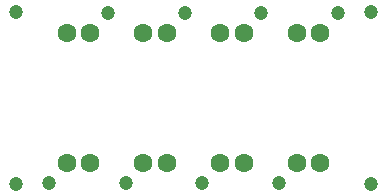
<source format=gts>
G04 #@! TF.GenerationSoftware,KiCad,Pcbnew,no-vcs-found-d3b382c~59~ubuntu16.04.1*
G04 #@! TF.CreationDate,2017-07-28T01:41:28+01:00*
G04 #@! TF.ProjectId,m3top,6D33746F702E6B696361645F70636200,rev?*
G04 #@! TF.SameCoordinates,Original
G04 #@! TF.FileFunction,Soldermask,Top*
G04 #@! TF.FilePolarity,Negative*
%FSLAX46Y46*%
G04 Gerber Fmt 4.6, Leading zero omitted, Abs format (unit mm)*
G04 Created by KiCad (PCBNEW no-vcs-found-d3b382c~59~ubuntu16.04.1) date Fri Jul 28 01:41:28 2017*
%MOMM*%
%LPD*%
G01*
G04 APERTURE LIST*
%ADD10C,1.200000*%
%ADD11C,1.600000*%
G04 APERTURE END LIST*
D10*
X107250000Y-107200000D03*
D11*
X108750000Y-105500000D03*
X110750000Y-105500000D03*
X102250000Y-94500000D03*
X104250000Y-94500000D03*
D10*
X105750000Y-92800000D03*
X112250000Y-92800000D03*
D11*
X110750000Y-94500000D03*
X108750000Y-94500000D03*
D10*
X100750000Y-107200000D03*
D11*
X102250000Y-105500000D03*
X104250000Y-105500000D03*
X97750000Y-105500000D03*
X95750000Y-105500000D03*
D10*
X94250000Y-107200000D03*
X87750000Y-107200000D03*
D11*
X89250000Y-105500000D03*
X91250000Y-105500000D03*
X89250000Y-94500000D03*
X91250000Y-94500000D03*
D10*
X92750000Y-92800000D03*
X99250000Y-92800000D03*
D11*
X97750000Y-94500000D03*
X95750000Y-94500000D03*
D10*
X115000000Y-92695000D03*
X115000000Y-107305000D03*
X85000000Y-107305000D03*
X85000000Y-92695000D03*
M02*

</source>
